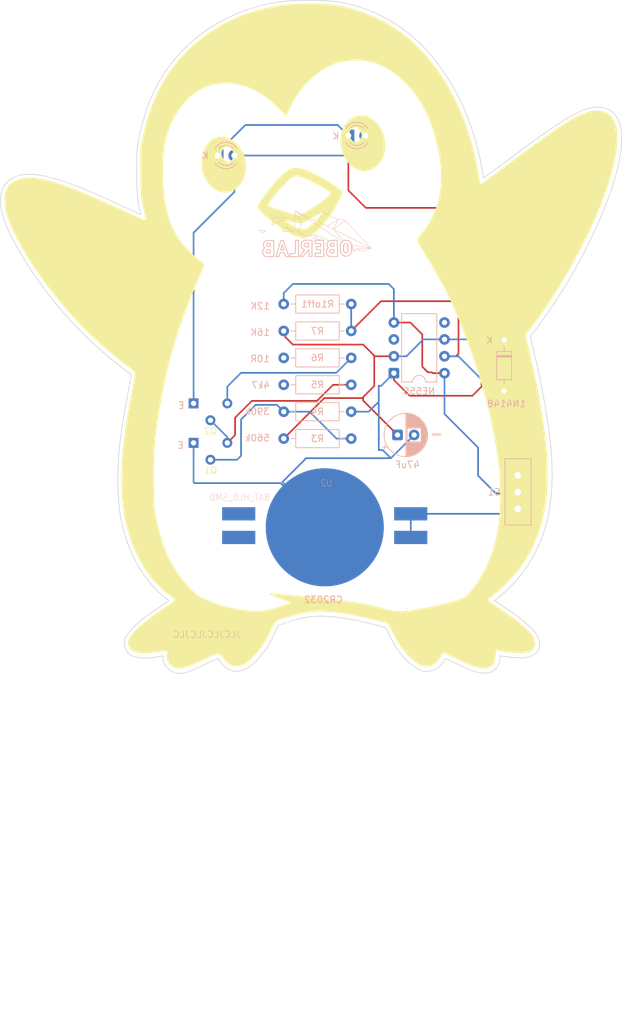
<source format=kicad_pcb>
(kicad_pcb (version 20241229) (generator "pcbnew") (generator_version "9.0")
  (layers (0 "F.Cu" signal) (2 "B.Cu" signal) (13 "F.Paste" user) (15 "B.Paste" user) (5 "F.SilkS" user "F.Silkscreen") (7 "B.SilkS" user "B.Silkscreen") (1 "F.Mask" user) (3 "B.Mask" user) (25 "Edge.Cuts" user))
  (net 0 "")
  (net 1 "Net-(D3-K)")
  (net 2 "Net-(D1-K)")
  (net 3 "Net-(D1-A)")
  (net 4 "Net-(D3-A)")
  (net 5 "Net-(Q1-C)")
  (net 6 "Net-(Q1-B)")
  (net 7 "Net-(Q2-C)")
  (net 8 "Net-(S1-E)")
  (net 10 "Net-(S1-A-Pad1)")
  (footprint "LOGO" (layer "F.Cu") (at 102.0742 101.9876)
    (property "Reference" "G***" (hide yes))
    (property "Value" "LOGO" (hide yes))
  )
  (footprint "LOGO" (layer "F.Cu") (at 102.0742 101.9876)
    (property "Reference" "G***" (hide yes))
    (property "Value" "LOGO" (hide yes))
  )
  (footprint "LOGO" (layer "F.Cu") (at 102.0742 101.9876)
    (property "Reference" "G***" (hide yes))
    (property "Value" "LOGO" (hide yes))
  )
  (footprint "LOGO" (layer "F.Cu") (at 102.0742 101.9876)
    (property "Reference" "G***" (hide yes))
    (property "Value" "LOGO" (hide yes))
  )
  (footprint "!Goody:ob-logo_B.SilkS" (layer "F.Cu") (at 107.25 98.65)
    (property "Reference" "G***" (hide yes))
    (property "Value" "LOGO" (hide yes))
  )
  (footprint "LOGO" (layer "F.Cu") (at 100.9542 96.4376)
    (property "Reference" "G***" (hide yes))
    (property "Value" "LOGO" (hide yes))
  )
  (footprint "LOGO" (layer "F.Cu") (at 102.0742 101.9876)
    (property "Reference" "G***" (hide yes))
    (property "Value" "LOGO" (hide yes))
  )
  (footprint "LOGO" (layer "F.Cu") (at 102.0742 101.9876)
    (property "Reference" "G***" (hide yes))
    (property "Value" "LOGO" (hide yes))
  )
  (footprint "!Goody:BAT-HLD-SMD-Blech" (layer "B.Cu") (at 103.4 125.45)
    (property "Reference" "U2")
    (property "Value" "BAT_HLD_SMD")
  )
  (footprint "Resistor_THT:R_Axial_DIN0207_L6.3mm_D2.5mm_P10.16mm_Horizontal" (layer "B.Cu") (at 97.22 104)
    (property "Reference" "R5")
    (property "Value" "4k7")
  )
  (footprint "!Goody:LED_D3.0mm" (layer "B.Cu") (at 87.25 69.5)
    (property "Reference" "D2")
    (property "Value" "LED")
  )
  (footprint "Package_DIP:DIP-8_W7.62mm" (layer "B.Cu") (at 113.8 102.25)
    (property "Reference" "NE555")
    (property "Value" "NE555P")
  )
  (footprint "!Goody:Micro_SchalterKHF" (layer "B.Cu") (at 132.45 122.7 90)
    (property "Reference" "S1")
    (property "Value" "Micro_Schalter")
  )
  (footprint "Resistor_THT:R_Axial_DIN0207_L6.3mm_D2.5mm_P10.16mm_Horizontal" (layer "B.Cu") (at 97.22 95.9)
    (property "Reference" "R7")
    (property "Value" "16K")
  )
  (footprint "Resistor_THT:R_Axial_DIN0207_L6.3mm_D2.5mm_P10.16mm_Horizontal" (layer "B.Cu") (at 97.22 112.1)
    (property "Reference" "R3")
    (property "Value" "560k")
  )
  (footprint "!Goody:1N4147_P7.62mm_Horizontal" (layer "B.Cu") (at 130.4 97.3 -90)
    (property "Reference" "1N4148")
    (property "Value" "1N4148")
  )
  (footprint "!Goody:TO-92L_Wide" (layer "B.Cu") (at 83.65 106.8)
    (property "Reference" "Q2")
    (property "Value" "Q_NPN_EBC")
  )
  (footprint "Resistor_THT:R_Axial_DIN0207_L6.3mm_D2.5mm_P10.16mm_Horizontal" (layer "B.Cu") (at 97.22 99.95)
    (property "Reference" "R6")
    (property "Value" "10R")
  )
  (footprint "Resistor_THT:R_Axial_DIN0207_L6.3mm_D2.5mm_P10.16mm_Horizontal" (layer "B.Cu") (at 97.22 108.05)
    (property "Reference" "R4")
    (property "Value" "390k")
  )
  (footprint "!Goody:LED_D3.0mm" (layer "B.Cu") (at 106.95 66.5)
    (property "Reference" "D1")
    (property "Value" "LED")
  )
  (footprint "Capacitor_THT:CP_Radial_D6.3mm_P2.50mm" (layer "B.Cu") (at 114.35 111.55)
    (property "Reference" "C1")
    (property "Value" "47uF")
  )
  (footprint "Resistor_THT:R_Axial_DIN0207_L6.3mm_D2.5mm_P10.16mm_Horizontal" (layer "B.Cu") (at 97.22 91.85)
    (property "Reference" "R1off1")
    (property "Value" "12K")
  )
  (footprint "!Goody:TO-92L_Wide" (layer "B.Cu") (at 83.65 112.742385)
    (property "Reference" "Q1")
    (property "Value" "Q_NPN_EBC")
  )
  (gr_line (start 72.7082 124.0955) (end 72.9036 125.0344) (stroke (width 0.1)) (layer "Edge.Cuts"))
  (gr_line (start 56.6112 82.4372) (end 57.1204 83.3572) (stroke (width 0.1)) (layer "Edge.Cuts"))
  (gr_line (start 89.6064 147.0796) (end 89.836 147.1116) (stroke (width 0.1)) (layer "Edge.Cuts"))
  (gr_line (start 109.2328 139.7046) (end 110.312 139.9616) (stroke (width 0.1)) (layer "Edge.Cuts"))
  (gr_line (start 125.2281 64.6144) (end 124.7131 63.2859) (stroke (width 0.1)) (layer "Edge.Cuts"))
  (gr_line (start 92.6739 47.2536) (end 91.8729 47.5112) (stroke (width 0.1)) (layer "Edge.Cuts"))
  (gr_line (start 72.3979 121.8538) (end 72.5491 123.1543) (stroke (width 0.1)) (layer "Edge.Cuts"))
  (gr_line (start 139.788 63.9468) (end 138.4906 64.7635) (stroke (width 0.1)) (layer "Edge.Cuts"))
  (gr_line (start 129.3612 146.4676) (end 129.4827 146.2826) (stroke (width 0.1)) (layer "Edge.Cuts"))
  (gr_line (start 123.5329 60.6966) (end 122.8664 59.4414) (stroke (width 0.1)) (layer "Edge.Cuts"))
  (gr_line (start 75.4576 66.6817) (end 75.3165 67.4341) (stroke (width 0.1)) (layer "Edge.Cuts"))
  (gr_line (start 147.6822 64.3686) (end 147.5422 64.0608) (stroke (width 0.1)) (layer "Edge.Cuts"))
  (gr_line (start 84.167 146.6406) (end 84.8846 146.3276) (stroke (width 0.1)) (layer "Edge.Cuts"))
  (gr_line (start 70.7773 99.7343) (end 71.9297 100.6751) (stroke (width 0.1)) (layer "Edge.Cuts"))
  (gr_line (start 101.8893 138.8476) (end 102.3544 138.8196) (stroke (width 0.1)) (layer "Edge.Cuts"))
  (gr_line (start 55.6895 80.5515) (end 56.1306 81.5028) (stroke (width 0.1)) (layer "Edge.Cuts"))
  (gr_line (start 147.9802 65.3488) (end 147.9012 65.0155) (stroke (width 0.1)) (layer "Edge.Cuts"))
  (gr_line (start 73.9886 141.2096) (end 73.7253 141.5616) (stroke (width 0.1)) (layer "Edge.Cuts"))
  (gr_line (start 73.1058 101.5864) (end 74.3049 102.4674) (stroke (width 0.1)) (layer "Edge.Cuts"))
  (gr_line (start 89.1706 146.9466) (end 89.3846 147.0246) (stroke (width 0.1)) (layer "Edge.Cuts"))
  (gr_line (start 126.1652 147.1996) (end 126.5006 147.2776) (stroke (width 0.1)) (layer "Edge.Cuts"))
  (gr_line (start 102.8207 138.8106) (end 103.2879 138.8206) (stroke (width 0.1)) (layer "Edge.Cuts"))
  (gr_line (start 145.9142 62.4668) (end 145.5822 62.3536) (stroke (width 0.1)) (layer "Edge.Cuts"))
  (gr_line (start 100.9627 138.9526) (end 101.4253 138.8916) (stroke (width 0.1)) (layer "Edge.Cuts"))
  (gr_line (start 73.3388 107.589) (end 73.1202 108.8774) (stroke (width 0.1)) (layer "Edge.Cuts"))
  (gr_line (start 79.7117 56.4309) (end 79.1219 57.2986) (stroke (width 0.1)) (layer "Edge.Cuts"))
  (gr_line (start 76.5563 138.8176) (end 75.8566 139.3576) (stroke (width 0.1)) (layer "Edge.Cuts"))
  (gr_line (start 131.927 145.0536) (end 132.4442 145.0906) (stroke (width 0.1)) (layer "Edge.Cuts"))
  (gr_line (start 73.3375 143.5486) (end 73.4172 143.7706) (stroke (width 0.1)) (layer "Edge.Cuts"))
  (gr_line (start 131.1475 137.9446) (end 130.4145 137.4506) (stroke (width 0.1)) (layer "Edge.Cuts"))
  (gr_line (start 60.2149 72.403) (end 59.8277 72.3568) (stroke (width 0.1)) (layer "Edge.Cuts"))
  (gr_line (start 147.7732 70.0273) (end 147.8842 69.3641) (stroke (width 0.1)) (layer "Edge.Cuts"))
  (gr_line (start 76.7853 61.9857) (end 76.4498 62.9822) (stroke (width 0.1)) (layer "Edge.Cuts"))
  (gr_line (start 136.4835 106.7356) (end 136.0881 104.5338) (stroke (width 0.1)) (layer "Edge.Cuts"))
  (gr_line (start 92.1617 146.3616) (end 92.4259 146.1576) (stroke (width 0.1)) (layer "Edge.Cuts"))
  (gr_line (start 124.1483 61.9791) (end 123.5329 60.6966) (stroke (width 0.1)) (layer "Edge.Cuts"))
  (gr_line (start 137.0186 110.0614) (end 136.8516 108.9502) (stroke (width 0.1)) (layer "Edge.Cuts"))
  (gr_line (start 72.9176 110.1683) (end 72.7347 111.4615) (stroke (width 0.1)) (layer "Edge.Cuts"))
  (gr_line (start 66.4138 95.6909) (end 67.4666 96.7422) (stroke (width 0.1)) (layer "Edge.Cuts"))
  (gr_line (start 124.7131 63.2859) (end 124.1483 61.9791) (stroke (width 0.1)) (layer "Edge.Cuts"))
  (gr_line (start 115.2779 145.0056) (end 115.5691 145.3186) (stroke (width 0.1)) (layer "Edge.Cuts"))
  (gr_line (start 75.5683 77.7989) (end 75.717 78.3756) (stroke (width 0.1)) (layer "Edge.Cuts"))
  (gr_line (start 138.4613 90.9504) (end 139.2203 89.7516) (stroke (width 0.1)) (layer "Edge.Cuts"))
  (gr_line (start 133.7448 145.0396) (end 133.9955 144.9896) (stroke (width 0.1)) (layer "Edge.Cuts"))
  (gr_line (start 132.9685 145.1026) (end 133.4892 145.0736) (stroke (width 0.1)) (layer "Edge.Cuts"))
  (gr_line (start 125.1776 146.8756) (end 125.833 147.1056) (stroke (width 0.1)) (layer "Edge.Cuts"))
  (gr_line (start 135.223 141.4656) (end 135.0773 141.2586) (stroke (width 0.1)) (layer "Edge.Cuts"))
  (gr_line (start 137.1706 111.1747) (end 137.0186 110.0614) (stroke (width 0.1)) (layer "Edge.Cuts"))
  (gr_line (start 55.2991 79.5807) (end 55.4872 80.0687) (stroke (width 0.1)) (layer "Edge.Cuts"))
  (gr_line (start 74.3499 144.7806) (end 74.5743 144.8686) (stroke (width 0.1)) (layer "Edge.Cuts"))
  (gr_line (start 72.5749 112.7567) (end 72.4417 114.0535) (stroke (width 0.1)) (layer "Edge.Cuts"))
  (gr_line (start 54.6186 75.5484) (end 54.5831 75.8368) (stroke (width 0.1)) (layer "Edge.Cuts"))
  (gr_line (start 57.1204 83.3572) (end 58.1794 85.1647) (stroke (width 0.1)) (layer "Edge.Cuts"))
  (gr_line (start 79.0744 144.7896) (end 79.0489 145.0826) (stroke (width 0.1)) (layer "Edge.Cuts"))
  (gr_line (start 128.899 146.9456) (end 129.0681 146.8006) (stroke (width 0.1)) (layer "Edge.Cuts"))
  (gr_line (start 114.7935 50.2041) (end 113.9926 49.6712) (stroke (width 0.1)) (layer "Edge.Cuts"))
  (gr_line (start 137.5759 115.6425) (end 137.5104 114.524) (stroke (width 0.1)) (layer "Edge.Cuts"))
  (gr_line (start 131.0289 70.147) (end 129.7936 71.0519) (stroke (width 0.1)) (layer "Edge.Cuts"))
  (gr_line (start 77.2762 138.3026) (end 76.5563 138.8176) (stroke (width 0.1)) (layer "Edge.Cuts"))
  (gr_line (start 91.3006 146.8486) (end 91.5999 146.7096) (stroke (width 0.1)) (layer "Edge.Cuts"))
  (gr_line (start 100.0417 139.1186) (end 100.9627 138.9526) (stroke (width 0.1)) (layer "Edge.Cuts"))
  (gr_line (start 67.086 74.5129) (end 66.2078 74.1623) (stroke (width 0.1)) (layer "Edge.Cuts"))
  (gr_line (start 54.9705 78.5878) (end 55.1264 79.0872) (stroke (width 0.1)) (layer "Edge.Cuts"))
  (gr_line (start 123.8978 146.3086) (end 124.5331 146.6046) (stroke (width 0.1)) (layer "Edge.Cuts"))
  (gr_line (start 117.2244 146.6456) (end 117.5979 146.8526) (stroke (width 0.1)) (layer "Edge.Cuts"))
  (gr_line (start 120.4806 146.5276) (end 120.6841 146.3586) (stroke (width 0.1)) (layer "Edge.Cuts"))
  (gr_line (start 58.9777 86.4197) (end 59.8064 87.6551) (stroke (width 0.1)) (layer "Edge.Cuts"))
  (gr_line (start 146.9662 73.2969) (end 147.3332 71.9985) (stroke (width 0.1)) (layer "Edge.Cuts"))
  (gr_line (start 78.7329 137.3206) (end 77.2762 138.3026) (stroke (width 0.1)) (layer "Edge.Cuts"))
  (gr_line (start 127.3049 72.8814) (end 127.0763 71.4825) (stroke (width 0.1)) (layer "Edge.Cuts"))
  (gr_line (start 82.4348 53.2432) (end 81.7021 53.9946) (stroke (width 0.1)) (layer "Edge.Cuts"))
  (gr_line (start 143.6732 62.2769) (end 143.3002 62.3543) (stroke (width 0.1)) (layer "Edge.Cuts"))
  (gr_line (start 60.6649 88.8702) (end 61.5528 90.0642) (stroke (width 0.1)) (layer "Edge.Cuts"))
  (gr_line (start 73.4793 141.9286) (end 73.379 142.1476) (stroke (width 0.1)) (layer "Edge.Cuts"))
  (gr_line (start 108.1506 139.4656) (end 109.2328 139.7046) (stroke (width 0.1)) (layer "Edge.Cuts"))
  (gr_line (start 148.0812 66.021) (end 148.0402 65.685) (stroke (width 0.1)) (layer "Edge.Cuts"))
  (gr_line (start 54.7443 74.9848) (end 54.6722 75.264) (stroke (width 0.1)) (layer "Edge.Cuts"))
  (gr_line (start 127.1822 147.3746) (end 127.5286 147.3896) (stroke (width 0.1)) (layer "Edge.Cuts"))
  (gr_line (start 69.6489 98.7647) (end 70.7773 99.7343) (stroke (width 0.1)) (layer "Edge.Cuts"))
  (gr_line (start 59.8277 72.3568) (end 59.439 72.3256) (stroke (width 0.1)) (layer "Edge.Cuts"))
  (gr_line (start 90.2979 48.1025) (end 89.5256 48.4356) (stroke (width 0.1)) (layer "Edge.Cuts"))
  (gr_line (start 110.5927 47.8789) (end 109.7007 47.5214) (stroke (width 0.1)) (layer "Edge.Cuts"))
  (gr_line (start 146.2202 62.6144) (end 145.9142 62.4668) (stroke (width 0.1)) (layer "Edge.Cuts"))
  (gr_line (start 75.8566 139.3576) (end 75.1882 139.9316) (stroke (width 0.1)) (layer "Edge.Cuts"))
  (gr_line (start 135.1277 144.4506) (end 135.3205 144.2716) (stroke (width 0.1)) (layer "Edge.Cuts"))
  (gr_line (start 147.3332 71.9985) (end 147.4962 71.3446) (stroke (width 0.1)) (layer "Edge.Cuts"))
  (gr_line (start 79.7368 136.6996) (end 79.5429 136.8246) (stroke (width 0.1)) (layer "Edge.Cuts"))
  (gr_line (start 112.949 141.2966) (end 113.1377 141.7516) (stroke (width 0.1)) (layer "Edge.Cuts"))
  (gr_line (start 140.6741 87.3142) (end 141.3692 86.0767) (stroke (width 0.1)) (layer "Edge.Cuts"))
  (gr_line (start 112.7443 140.8616) (end 112.8521 141.0736) (stroke (width 0.1)) (layer "Edge.Cuts"))
  (gr_line (start 128.7166 147.0726) (end 128.899 146.9456) (stroke (width 0.1)) (layer "Edge.Cuts"))
  (gr_line (start 147.9012 65.0155) (end 147.8022 64.6878) (stroke (width 0.1)) (layer "Edge.Cuts"))
  (gr_line (start 74.0582 128.7093) (end 74.4427 129.5932) (stroke (width 0.1)) (layer "Edge.Cuts"))
  (gr_line (start 60.978 72.5324) (end 60.2149 72.403) (stroke (width 0.1)) (layer "Edge.Cuts"))
  (gr_line (start 75.1095 73.6917) (end 75.159 74.8745) (stroke (width 0.1)) (layer "Edge.Cuts"))
  (gr_line (start 73.4053 126.8938) (end 73.7126 127.8085) (stroke (width 0.1)) (layer "Edge.Cuts"))
  (gr_line (start 114.9992 144.6796) (end 115.2779 145.0056) (stroke (width 0.1)) (layer "Edge.Cuts"))
  (gr_line (start 137.4193 113.4064) (end 137.3051 112.2898) (stroke (width 0.1)) (layer "Edge.Cuts"))
  (gr_line (start 128.1021 147.3366) (end 128.3169 147.2696) (stroke (width 0.1)) (layer "Edge.Cuts"))
  (gr_line (start 147.1942 63.491) (end 146.9872 63.2346) (stroke (width 0.1)) (layer "Edge.Cuts"))
  (gr_line (start 68.8282 75.2526) (end 67.086 74.5129) (stroke (width 0.1)) (layer "Edge.Cuts"))
  (gr_line (start 142.6942 83.5666) (end 143.3242 82.2951) (stroke (width 0.1)) (layer "Edge.Cuts"))
  (gr_line (start 78.0203 144.9786) (end 79.0744 144.7896) (stroke (width 0.1)) (layer "Edge.Cuts"))
  (gr_line (start 127.0763 71.4825) (end 126.8015 70.0882) (stroke (width 0.1)) (layer "Edge.Cuts"))
  (gr_line (start 115.8731 145.6186) (end 116.1902 145.9026) (stroke (width 0.1)) (layer "Edge.Cuts"))
  (gr_line (start 78.5712 58.1916) (end 78.0608 59.1083) (stroke (width 0.1)) (layer "Edge.Cuts"))
  (gr_line (start 58.6632 72.3167) (end 58.2794 72.3431) (stroke (width 0.1)) (layer "Edge.Cuts"))
  (gr_line (start 75.3445 76.6364) (end 75.4449 77.219) (stroke (width 0.1)) (layer "Edge.Cuts"))
  (gr_line (start 103.7561 138.8526) (end 104.8682 138.9396) (stroke (width 0.1)) (layer "Edge.Cuts"))
  (gr_line (start 122.0345 145.3996) (end 122.3386 145.5946) (stroke (width 0.1)) (layer "Edge.Cuts"))
  (gr_line (start 73.2813 143.3176) (end 73.3375 143.5486) (stroke (width 0.1)) (layer "Edge.Cuts"))
  (gr_line (start 121.1995 145.7536) (end 121.3341 145.5256) (stroke (width 0.1)) (layer "Edge.Cuts"))
  (gr_line (start 74.5743 144.8686) (end 74.8166 144.9266) (stroke (width 0.1)) (layer "Edge.Cuts"))
  (gr_line (start 120.5541 55.8677) (end 120.1223 55.3037) (stroke (width 0.1)) (layer "Edge.Cuts"))
  (gr_line (start 54.6092 77.0012) (end 54.6548 77.288) (stroke (width 0.1)) (layer "Edge.Cuts"))
  (gr_line (start 121.4475 145.2856) (end 121.5191 145.2536) (stroke (width 0.1)) (layer "Edge.Cuts"))
  (gr_line (start 94.4553 143.9066) (end 94.7476 143.4696) (stroke (width 0.1)) (layer "Edge.Cuts"))
  (gr_line (start 91.8729 47.5112) (end 91.0806 47.7942) (stroke (width 0.1)) (layer "Edge.Cuts"))
  (gr_line (start 55.078 74.1932) (end 54.9466 74.448) (stroke (width 0.1)) (layer "Edge.Cuts"))
  (gr_line (start 81.1216 147.3796) (end 81.3994 147.4216) (stroke (width 0.1)) (layer "Edge.Cuts"))
  (gr_line (start 122.5138 58.825) (end 122.1482 58.2164) (stroke (width 0.1)) (layer "Edge.Cuts"))
  (gr_line (start 73.3066 142.3746) (end 73.2613 142.6086) (stroke (width 0.1)) (layer "Edge.Cuts"))
  (gr_line (start 79.8783 136.5096) (end 79.8569 136.5736) (stroke (width 0.1)) (layer "Edge.Cuts"))
  (gr_line (start 72.5491 123.1543) (end 72.7082 124.0955) (stroke (width 0.1)) (layer "Edge.Cuts"))
  (gr_line (start 146.5522 74.5822) (end 146.9662 73.2969) (stroke (width 0.1)) (layer "Edge.Cuts"))
  (gr_line (start 74.2679 140.8716) (end 73.9886 141.2096) (stroke (width 0.1)) (layer "Edge.Cuts"))
  (gr_line (start 73.379 142.1476) (end 73.3066 142.3746) (stroke (width 0.1)) (layer "Edge.Cuts"))
  (gr_line (start 144.8112 62.2182) (end 144.4292 62.2058) (stroke (width 0.1)) (layer "Edge.Cuts"))
  (gr_line (start 72.7347 111.4615) (end 72.5749 112.7567) (stroke (width 0.1)) (layer "Edge.Cuts"))
  (gr_line (start 88.9643 146.8496) (end 89.1706 146.9466) (stroke (width 0.1)) (layer "Edge.Cuts"))
  (gr_line (start 73.6444 144.1796) (end 73.7905 144.3616) (stroke (width 0.1)) (layer "Edge.Cuts"))
  (gr_line (start 140.4541 63.5813) (end 139.788 63.9468) (stroke (width 0.1)) (layer "Edge.Cuts"))
  (gr_line (start 95.9471 46.4851) (end 95.1202 46.6373) (stroke (width 0.1)) (layer "Edge.Cuts"))
  (gr_line (start 147.8842 69.3641) (end 147.9742 68.6978) (stroke (width 0.1)) (layer "Edge.Cuts"))
  (gr_line (start 96.4299 140.2036) (end 97.3204 139.8876) (stroke (width 0.1)) (layer "Edge.Cuts"))
  (gr_line (start 74.8665 130.4574) (end 75.3302 131.299) (stroke (width 0.1)) (layer "Edge.Cuts"))
  (gr_line (start 73.7905 144.3616) (end 73.9572 144.5246) (stroke (width 0.1)) (layer "Edge.Cuts"))
  (gr_line (start 75.2038 75.4638) (end 75.2649 76.0512) (stroke (width 0.1)) (layer "Edge.Cuts"))
  (gr_line (start 133.9955 144.9896) (end 134.2399 144.9236) (stroke (width 0.1)) (layer "Edge.Cuts"))
  (gr_line (start 106.9457 46.6851) (end 106.0057 46.4888) (stroke (width 0.1)) (layer "Edge.Cuts"))
  (gr_line (start 74.8691 140.2336) (end 74.5618 140.5466) (stroke (width 0.1)) (layer "Edge.Cuts"))
  (gr_line (start 73.5197 143.9816) (end 73.6444 144.1796) (stroke (width 0.1)) (layer "Edge.Cuts"))
  (gr_line (start 133.4892 145.0736) (end 133.7448 145.0396) (stroke (width 0.1)) (layer "Edge.Cuts"))
  (gr_line (start 105.0572 46.33575) (end 104.1016 46.22699) (stroke (width 0.1)) (layer "Edge.Cuts"))
  (gr_line (start 120.9725 56.4413) (end 120.5541 55.8677) (stroke (width 0.1)) (layer "Edge.Cuts"))
  (gr_line (start 95.2716 142.5606) (end 95.5119 142.0936) (stroke (width 0.1)) (layer "Edge.Cuts"))
  (gr_line (start 79.8083 136.6376) (end 79.7368 136.6996) (stroke (width 0.1)) (layer "Edge.Cuts"))
  (gr_line (start 135.7096 143.3576) (end 135.7309 143.1156) (stroke (width 0.1)) (layer "Edge.Cuts"))
  (gr_line (start 134.9219 144.6036) (end 135.1277 144.4506) (stroke (width 0.1)) (layer "Edge.Cuts"))
  (gr_line (start 55.4872 80.0687) (end 55.6895 80.5515) (stroke (width 0.1)) (layer "Edge.Cuts"))
  (gr_line (start 77.4857 145.0486) (end 78.0203 144.9786) (stroke (width 0.1)) (layer "Edge.Cuts"))
  (gr_line (start 125.6938 65.9617) (end 125.2281 64.6144) (stroke (width 0.1)) (layer "Edge.Cuts"))
  (gr_line (start 99.2893 46.15094) (end 99.2893 46.15094) (stroke (width 0.1)) (layer "Edge.Cuts"))
  (gr_line (start 75.3302 131.299) (end 75.8343 132.1151) (stroke (width 0.1)) (layer "Edge.Cuts"))
  (gr_line (start 102.8996 46.16418) (end 101.6966 46.14267) (stroke (width 0.1)) (layer "Edge.Cuts"))
  (gr_line (start 96.7784 46.36) (end 95.9471 46.4851) (stroke (width 0.1)) (layer "Edge.Cuts"))
  (gr_line (start 135.9614 66.4972) (end 134.7198 67.3986) (stroke (width 0.1)) (layer "Edge.Cuts"))
  (gr_line (start 138.4906 64.7635) (end 137.2167 65.6162) (stroke (width 0.1)) (layer "Edge.Cuts"))
  (gr_line (start 79.8218 136.3787) (end 79.8681 136.4446) (stroke (width 0.1)) (layer "Edge.Cuts"))
  (gr_line (start 136.6154 125.4354) (end 136.8878 124.4188) (stroke (width 0.1)) (layer "Edge.Cuts"))
  (gr_line (start 144.0502 62.2264) (end 143.6732 62.2769) (stroke (width 0.1)) (layer "Edge.Cuts"))
  (gr_line (start 75.1882 139.9316) (end 74.8691 140.2336) (stroke (width 0.1)) (layer "Edge.Cuts"))
  (gr_line (start 119.2975 147.0846) (end 119.5508 147.0166) (stroke (width 0.1)) (layer "Edge.Cuts"))
  (gr_line (start 72.2978 120.553) (end 72.3979 121.8538) (stroke (width 0.1)) (layer "Edge.Cuts"))
  (gr_line (start 135.6402 142.3836) (end 135.5642 142.1446) (stroke (width 0.1)) (layer "Edge.Cuts"))
  (gr_line (start 132.4442 145.0906) (end 132.9685 145.1026) (stroke (width 0.1)) (layer "Edge.Cuts"))
  (gr_line (start 142.9312 62.4555) (end 142.5652 62.5777) (stroke (width 0.1)) (layer "Edge.Cuts"))
  (gr_line (start 129.7316 145.6686) (end 129.7718 145.4506) (stroke (width 0.1)) (layer "Edge.Cuts"))
  (gr_line (start 119.0391 147.1286) (end 119.2975 147.0846) (stroke (width 0.1)) (layer "Edge.Cuts"))
  (gr_line (start 128.3169 147.2696) (end 128.5221 147.1806) (stroke (width 0.1)) (layer "Edge.Cuts"))
  (gr_line (start 126.8015 70.0882) (end 126.4799 68.7014) (stroke (width 0.1)) (layer "Edge.Cuts"))
  (gr_line (start 79.0651 145.3656) (end 79.1201 145.6376) (stroke (width 0.1)) (layer "Edge.Cuts"))
  (gr_line (start 90.6608 147.0436) (end 90.9878 146.9616) (stroke (width 0.1)) (layer "Edge.Cuts"))
  (gr_line (start 121.5913 145.2386) (end 121.7372 145.2526) (stroke (width 0.1)) (layer "Edge.Cuts"))
  (gr_line (start 134.9185 141.0646) (end 134.7483 140.8846) (stroke (width 0.1)) (layer "Edge.Cuts"))
  (gr_line (start 99.1271 139.3356) (end 100.0417 139.1186) (stroke (width 0.1)) (layer "Edge.Cuts"))
  (gr_line (start 70.5564 76.0277) (end 68.8282 75.2526) (stroke (width 0.1)) (layer "Edge.Cuts"))
  (gr_line (start 93.1617 145.4586) (end 93.6136 144.9466) (stroke (width 0.1)) (layer "Edge.Cuts"))
  (gr_line (start 87.5924 145.5876) (end 87.8891 145.9556) (stroke (width 0.1)) (layer "Edge.Cuts"))
  (gr_line (start 91.0806 47.7942) (end 90.2979 48.1025) (stroke (width 0.1)) (layer "Edge.Cuts"))
  (gr_line (start 117.0565 51.9883) (end 116.3268 51.3638) (stroke (width 0.1)) (layer "Edge.Cuts"))
  (gr_line (start 129.7885 145.2286) (end 129.7804 145.0036) (stroke (width 0.1)) (layer "Edge.Cuts"))
  (gr_line (start 120.1223 55.3037) (end 119.677 54.7498) (stroke (width 0.1)) (layer "Edge.Cuts"))
  (gr_line (start 79.0744 137.0706) (end 78.8702 137.1946) (stroke (width 0.1)) (layer "Edge.Cuts"))
  (gr_line (start 122.493 145.6706) (end 122.6486 145.7096) (stroke (width 0.1)) (layer "Edge.Cuts"))
  (gr_line (start 109.7007 47.5214) (end 108.7945 47.2025) (stroke (width 0.1)) (layer "Edge.Cuts"))
  (gr_line (start 122.1482 58.2164) (end 121.7695 57.616) (stroke (width 0.1)) (layer "Edge.Cuts"))
  (gr_line (start 72.2693 116.6512) (end 72.237 117.9514) (stroke (width 0.1)) (layer "Edge.Cuts"))
  (gr_line (start 111.4693 48.2737) (end 110.5927 47.8789) (stroke (width 0.1)) (layer "Edge.Cuts"))
  (gr_line (start 54.8329 78.0822) (end 54.9705 78.5878) (stroke (width 0.1)) (layer "Edge.Cuts"))
  (gr_line (start 62.63 72.9439) (end 61.7156 72.6972) (stroke (width 0.1)) (layer "Edge.Cuts"))
  (gr_line (start 130.5604 144.8936) (end 130.9997 144.9576) (stroke (width 0.1)) (layer "Edge.Cuts"))
  (gr_line (start 118.7772 147.1466) (end 119.0391 147.1286) (stroke (width 0.1)) (layer "Edge.Cuts"))
  (gr_line (start 129.7786 135.8253) (end 130.5752 135.1372) (stroke (width 0.1)) (layer "Edge.Cuts"))
  (gr_line (start 135.6597 143.5966) (end 135.7096 143.3576) (stroke (width 0.1)) (layer "Edge.Cuts"))
  (gr_line (start 135.9222 127.4218) (end 136.2932 126.4371) (stroke (width 0.1)) (layer "Edge.Cuts"))
  (gr_line (start 98.4503 46.1926) (end 97.6131 46.2624) (stroke (width 0.1)) (layer "Edge.Cuts"))
  (gr_line (start 126.8396 147.3366) (end 127.1822 147.3746) (stroke (width 0.1)) (layer "Edge.Cuts"))
  (gr_line (start 78.791 137.2576) (end 78.7329 137.3206) (stroke (width 0.1)) (layer "Edge.Cuts"))
  (gr_line (start 132.582 138.9746) (end 131.8719 138.4506) (stroke (width 0.1)) (layer "Edge.Cuts"))
  (gr_line (start 82.3412 147.3416) (end 82.7166 147.2386) (stroke (width 0.1)) (layer "Edge.Cuts"))
  (gr_line (start 66.2078 74.1623) (end 65.3238 73.8278) (stroke (width 0.1)) (layer "Edge.Cuts"))
  (gr_line (start 76.3792 132.9026) (end 76.9655 133.6588) (stroke (width 0.1)) (layer "Edge.Cuts"))
  (gr_line (start 104.1016 46.22699) (end 102.8996 46.16418) (stroke (width 0.1)) (layer "Edge.Cuts"))
  (gr_line (start 144.4292 62.2058) (end 144.0502 62.2264) (stroke (width 0.1)) (layer "Edge.Cuts"))
  (gr_line (start 124.5331 146.6046) (end 125.1776 146.8756) (stroke (width 0.1)) (layer "Edge.Cuts"))
  (gr_line (start 91.5999 146.7096) (end 91.8867 146.5466) (stroke (width 0.1)) (layer "Edge.Cuts"))
  (gr_line (start 129.5858 146.0866) (end 129.6692 145.8816) (stroke (width 0.1)) (layer "Edge.Cuts"))
  (gr_line (start 83.0852 147.1096) (end 83.4487 146.9626) (stroke (width 0.1)) (layer "Edge.Cuts"))
  (gr_line (start 76.4498 62.9822) (end 76.0085 64.4483) (stroke (width 0.1)) (layer "Edge.Cuts"))
  (gr_line (start 98.2197 139.5956) (end 99.1271 139.3356) (stroke (width 0.1)) (layer "Edge.Cuts"))
  (gr_line (start 113.3647 142.1746) (end 113.7789 142.9146) (stroke (width 0.1)) (layer "Edge.Cuts"))
  (gr_line (start 74.8166 144.9266) (end 75.3433 145.0336) (stroke (width 0.1)) (layer "Edge.Cuts"))
  (gr_line (start 74.1439 144.6646) (end 74.3499 144.7806) (stroke (width 0.1)) (layer "Edge.Cuts"))
  (gr_line (start 129.6692 145.8816) (end 129.7316 145.6686) (stroke (width 0.1)) (layer "Edge.Cuts"))
  (gr_line (start 57.9004 72.3929) (end 57.5279 72.4681) (stroke (width 0.1)) (layer "Edge.Cuts"))
  (gr_line (start 115.5691 145.3186) (end 115.8731 145.6186) (stroke (width 0.1)) (layer "Edge.Cuts"))
  (gr_line (start 114.7325 144.3426) (end 114.9992 144.6796) (stroke (width 0.1)) (layer "Edge.Cuts"))
  (gr_line (start 92.4259 146.1576) (end 92.68 145.9376) (stroke (width 0.1)) (layer "Edge.Cuts"))
  (gr_line (start 105.9701 139.0756) (end 107.0637 139.2536) (stroke (width 0.1)) (layer "Edge.Cuts"))
  (gr_line (start 142.5652 62.5777) (end 142.2022 62.7177) (stroke (width 0.1)) (layer "Edge.Cuts"))
  (gr_line (start 136.0881 104.5338) (end 135.6785 102.5749) (stroke (width 0.1)) (layer "Edge.Cuts"))
  (gr_line (start 131.4277 145.0036) (end 131.927 145.0536) (stroke (width 0.1)) (layer "Edge.Cuts"))
  (gr_line (start 79.6652 146.5786) (end 79.8675 146.7696) (stroke (width 0.1)) (layer "Edge.Cuts"))
  (gr_line (start 88.575 146.6016) (end 88.7658 146.7336) (stroke (width 0.1)) (layer "Edge.Cuts"))
  (gr_line (start 90.9878 146.9616) (end 91.3006 146.8486) (stroke (width 0.1)) (layer "Edge.Cuts"))
  (gr_line (start 142.2022 62.7177) (end 141.8442 62.8727) (stroke (width 0.1)) (layer "Edge.Cuts"))
  (gr_line (start 137.1092 123.3897) (end 137.2785 122.3503) (stroke (width 0.1)) (layer "Edge.Cuts"))
  (gr_line (start 86.7098 145.4776) (end 87.3264 145.2116) (stroke (width 0.1)) (layer "Edge.Cuts"))
  (gr_line (start 90.0734 147.1166) (end 90.3186 147.0946) (stroke (width 0.1)) (layer "Edge.Cuts"))
  (gr_line (start 119.7974 146.9256) (end 120.0356 146.8136) (stroke (width 0.1)) (layer "Edge.Cuts"))
  (gr_line (start 119.2181 54.2062) (end 118.7457 53.6732) (stroke (width 0.1)) (layer "Edge.Cuts"))
  (gr_line (start 118.2595 53.1514) (end 117.7595 52.6409) (stroke (width 0.1)) (layer "Edge.Cuts"))
  (gr_line (start 83.2 52.5247) (end 82.4348 53.2432) (stroke (width 0.1)) (layer "Edge.Cuts"))
  (gr_line (start 130.9997 144.9576) (end 131.4277 145.0036) (stroke (width 0.1)) (layer "Edge.Cuts"))
  (gr_line (start 141.8442 62.8727) (end 141.1402 63.2152) (stroke (width 0.1)) (layer "Edge.Cuts"))
  (gr_line (start 147.4962 71.3446) (end 147.6432 70.6875) (stroke (width 0.1)) (layer "Edge.Cuts"))
  (gr_line (start 146.7552 63.0012) (end 146.5002 62.7935) (stroke (width 0.1)) (layer "Edge.Cuts"))
  (gr_line (start 139.2203 89.7516) (end 139.9579 88.5394) (stroke (width 0.1)) (layer "Edge.Cuts"))
  (gr_line (start 57.1635 72.5707) (end 56.8087 72.7029) (stroke (width 0.1)) (layer "Edge.Cuts"))
  (gr_line (start 126.1109 67.325) (end 125.6938 65.9617) (stroke (width 0.1)) (layer "Edge.Cuts"))
  (gr_line (start 87.8891 145.9556) (end 88.2166 146.2986) (stroke (width 0.1)) (layer "Edge.Cuts"))
  (gr_line (start 79.0489 145.0826) (end 79.0651 145.3656) (stroke (width 0.1)) (layer "Edge.Cuts"))
  (gr_line (start 113.1377 141.7516) (end 113.243 141.9706) (stroke (width 0.1)) (layer "Edge.Cuts"))
  (gr_line (start 79.3511 136.0165) (end 79.7351 136.3118) (stroke (width 0.1)) (layer "Edge.Cuts"))
  (gr_line (start 121.5191 145.2536) (end 121.5913 145.2386) (stroke (width 0.1)) (layer "Edge.Cuts"))
  (gr_line (start 78.8702 137.1946) (end 78.791 137.2576) (stroke (width 0.1)) (layer "Edge.Cuts"))
  (gr_line (start 75.717 78.3756) (end 73.9948 77.6082) (stroke (width 0.1)) (layer "Edge.Cuts"))
  (gr_line (start 116.1902 145.9026) (end 116.5209 146.1696) (stroke (width 0.1)) (layer "Edge.Cuts"))
  (gr_line (start 132.2585 69.2313) (end 131.0289 70.147) (stroke (width 0.1)) (layer "Edge.Cuts"))
  (gr_line (start 137.3051 112.2898) (end 137.1706 111.1747) (stroke (width 0.1)) (layer "Edge.Cuts"))
  (gr_line (start 86.558 50.0099) (end 85.6765 50.5816) (stroke (width 0.1)) (layer "Edge.Cuts"))
  (gr_line (start 133.936 140.1036) (end 133.2719 139.5236) (stroke (width 0.1)) (layer "Edge.Cuts"))
  (gr_line (start 118.5134 147.1386) (end 118.7772 147.1466) (stroke (width 0.1)) (layer "Edge.Cuts"))
  (gr_line (start 133.2719 139.5236) (end 132.582 138.9746) (stroke (width 0.1)) (layer "Edge.Cuts"))
  (gr_line (start 102.3544 138.8196) (end 102.8207 138.8106) (stroke (width 0.1)) (layer "Edge.Cuts"))
  (gr_line (start 135.0773 141.2586) (end 134.9185 141.0646) (stroke (width 0.1)) (layer "Edge.Cuts"))
  (gr_line (start 125.833 147.1056) (end 126.1652 147.1996) (stroke (width 0.1)) (layer "Edge.Cuts"))
  (gr_line (start 134.2399 144.9236) (end 134.4767 144.8376) (stroke (width 0.1)) (layer "Edge.Cuts"))
  (gr_line (start 107.0637 139.2536) (end 108.1506 139.4656) (stroke (width 0.1)) (layer "Edge.Cuts"))
  (gr_line (start 113.7789 142.9146) (end 114.2338 143.6416) (stroke (width 0.1)) (layer "Edge.Cuts"))
  (gr_line (start 148.0892 67.3565) (end 148.1102 66.6814) (stroke (width 0.1)) (layer "Edge.Cuts"))
  (gr_line (start 129.7718 145.4506) (end 129.7885 145.2286) (stroke (width 0.1)) (layer "Edge.Cuts"))
  (gr_line (start 54.5636 76.4197) (end 54.5786 76.7113) (stroke (width 0.1)) (layer "Edge.Cuts"))
  (gr_line (start 88.7658 146.7336) (end 88.9643 146.8496) (stroke (width 0.1)) (layer "Edge.Cuts"))
  (gr_line (start 56.8087 72.7029) (end 56.4652 72.8667) (stroke (width 0.1)) (layer "Edge.Cuts"))
  (gr_line (start 121.885 145.3116) (end 122.0345 145.3996) (stroke (width 0.1)) (layer "Edge.Cuts"))
  (gr_line (start 75.6222 65.9331) (end 75.4576 66.6817) (stroke (width 0.1)) (layer "Edge.Cuts"))
  (gr_line (start 131.3344 134.4091) (end 132.0549 133.6434) (stroke (width 0.1)) (layer "Edge.Cuts"))
  (gr_line (start 131.8719 138.4506) (end 131.1475 137.9446) (stroke (width 0.1)) (layer "Edge.Cuts"))
  (gr_line (start 134.4767 144.8376) (end 134.7044 144.7316) (stroke (width 0.1)) (layer "Edge.Cuts"))
  (gr_line (start 72.4417 114.0535) (end 72.3387 115.3518) (stroke (width 0.1)) (layer "Edge.Cuts"))
  (gr_line (start 75.3433 145.0336) (end 75.8755 145.0936) (stroke (width 0.1)) (layer "Edge.Cuts"))
  (gr_line (start 143.9342 81.0134) (end 144.5212 79.7221) (stroke (width 0.1)) (layer "Edge.Cuts"))
  (gr_line (start 87.3264 145.2116) (end 87.5924 145.5876) (stroke (width 0.1)) (layer "Edge.Cuts"))
  (gr_line (start 95.1202 46.6373) (end 94.2984 46.8164) (stroke (width 0.1)) (layer "Edge.Cuts"))
  (gr_line (start 129.2226 146.6416) (end 129.3612 146.4676) (stroke (width 0.1)) (layer "Edge.Cuts"))
  (gr_line (start 78.2645 135.0655) (end 78.6158 135.393) (stroke (width 0.1)) (layer "Edge.Cuts"))
  (gr_line (start 81.6791 147.4336) (end 81.9576 147.4136) (stroke (width 0.1)) (layer "Edge.Cuts"))
  (gr_line (start 145.1952 62.2664) (end 144.8112 62.2182) (stroke (width 0.1)) (layer "Edge.Cuts"))
  (gr_line (start 122.8664 59.4414) (end 122.5138 58.825) (stroke (width 0.1)) (layer "Edge.Cuts"))
  (gr_line (start 135.4682 141.9106) (end 135.3538 141.6836) (stroke (width 0.1)) (layer "Edge.Cuts"))
  (gr_line (start 132.0549 133.6434) (end 132.7356 132.8424) (stroke (width 0.1)) (layer "Edge.Cuts"))
  (gr_line (start 117.7595 52.6409) (end 117.0565 51.9883) (stroke (width 0.1)) (layer "Edge.Cuts"))
  (gr_line (start 134.528 130.2501) (end 135.0385 129.3305) (stroke (width 0.1)) (layer "Edge.Cuts"))
  (gr_line (start 147.3792 63.7673) (end 147.1942 63.491) (stroke (width 0.1)) (layer "Edge.Cuts"))
  (gr_line (start 135.7309 143.1156) (end 135.7253 142.8706) (stroke (width 0.1)) (layer "Edge.Cuts"))
  (gr_line (start 61.5528 90.0642) (end 62.4694 91.2363) (stroke (width 0.1)) (layer "Edge.Cuts"))
  (gr_line (start 127.5286 147.3896) (end 127.8791 147.3796) (stroke (width 0.1)) (layer "Edge.Cuts"))
  (gr_line (start 116.8655 146.4176) (end 117.2244 146.6456) (stroke (width 0.1)) (layer "Edge.Cuts"))
  (gr_line (start 137.4237 121.2344) (end 137.5271 120.1172) (stroke (width 0.1)) (layer "Edge.Cuts"))
  (gr_line (start 72.237 117.9514) (end 72.2453 119.2521) (stroke (width 0.1)) (layer "Edge.Cuts"))
  (gr_line (start 93.6136 144.9466) (end 94.4553 143.9066) (stroke (width 0.1)) (layer "Edge.Cuts"))
  (gr_line (start 79.7351 136.3118) (end 79.8218 136.3787) (stroke (width 0.1)) (layer "Edge.Cuts"))
  (gr_line (start 121.3341 145.5256) (end 121.4475 145.2856) (stroke (width 0.1)) (layer "Edge.Cuts"))
  (gr_line (start 79.4862 146.3676) (end 79.6652 146.5786) (stroke (width 0.1)) (layer "Edge.Cuts"))
  (gr_line (start 145.5822 62.3536) (end 145.1952 62.2664) (stroke (width 0.1)) (layer "Edge.Cuts"))
  (gr_line (start 142.0422 84.8273) (end 142.6942 83.5666) (stroke (width 0.1)) (layer "Edge.Cuts"))
  (gr_line (start 79.3337 146.1406) (end 79.4862 146.3676) (stroke (width 0.1)) (layer "Edge.Cuts"))
  (gr_line (start 72.2766 76.8193) (end 70.5564 76.0277) (stroke (width 0.1)) (layer "Edge.Cuts"))
  (gr_line (start 87.2799 49.5806) (end 86.558 50.0099) (stroke (width 0.1)) (layer "Edge.Cuts"))
  (gr_line (start 136.8878 124.4188) (end 137.1092 123.3897) (stroke (width 0.1)) (layer "Edge.Cuts"))
  (gr_line (start 73.7253 141.5616) (end 73.4793 141.9286) (stroke (width 0.1)) (layer "Edge.Cuts"))
  (gr_line (start 113.243 141.9706) (end 113.3647 142.1746) (stroke (width 0.1)) (layer "Edge.Cuts"))
  (gr_line (start 75.3165 67.4341) (end 75.2019 68.19) (stroke (width 0.1)) (layer "Edge.Cuts"))
  (gr_line (start 134.7044 144.7316) (end 134.9219 144.6036) (stroke (width 0.1)) (layer "Edge.Cuts"))
  (gr_line (start 80.3392 55.59) (end 79.7117 56.4309) (stroke (width 0.1)) (layer "Edge.Cuts"))
  (gr_line (start 120.6841 146.3586) (end 120.8729 146.1716) (stroke (width 0.1)) (layer "Edge.Cuts"))
  (gr_line (start 117.5979 146.8526) (end 117.9865 147.0356) (stroke (width 0.1)) (layer "Edge.Cuts"))
  (gr_line (start 135.3205 144.2716) (end 135.4668 144.0556) (stroke (width 0.1)) (layer "Edge.Cuts"))
  (gr_line (start 74.5618 140.5466) (end 74.2679 140.8716) (stroke (width 0.1)) (layer "Edge.Cuts"))
  (gr_line (start 75.1171 68.949) (end 75.12 70.1312) (stroke (width 0.1)) (layer "Edge.Cuts"))
  (gr_line (start 147.9742 68.6978) (end 148.0432 68.0286) (stroke (width 0.1)) (layer "Edge.Cuts"))
  (gr_line (start 106.0057 46.4888) (end 105.0572 46.33575) (stroke (width 0.1)) (layer "Edge.Cuts"))
  (gr_line (start 58.1794 85.1647) (end 58.9777 86.4197) (stroke (width 0.1)) (layer "Edge.Cuts"))
  (gr_line (start 139.9579 88.5394) (end 140.6741 87.3142) (stroke (width 0.1)) (layer "Edge.Cuts"))
  (gr_line (start 76.4113 145.1116) (end 76.9487 145.0956) (stroke (width 0.1)) (layer "Edge.Cuts"))
  (gr_line (start 136.8516 108.9502) (end 136.4835 106.7356) (stroke (width 0.1)) (layer "Edge.Cuts"))
  (gr_line (start 97.6131 46.2624) (end 96.7784 46.36) (stroke (width 0.1)) (layer "Edge.Cuts"))
  (gr_line (start 76.0085 64.4483) (end 75.8068 65.1885) (stroke (width 0.1)) (layer "Edge.Cuts"))
  (gr_line (start 121.7372 145.2526) (end 121.885 145.3116) (stroke (width 0.1)) (layer "Edge.Cuts"))
  (gr_line (start 148.1042 66.3541) (end 148.0812 66.021) (stroke (width 0.1)) (layer "Edge.Cuts"))
  (gr_line (start 59.8064 87.6551) (end 60.6649 88.8702) (stroke (width 0.1)) (layer "Edge.Cuts"))
  (gr_line (start 80.5837 147.2106) (end 80.8487 147.3086) (stroke (width 0.1)) (layer "Edge.Cuts"))
  (gr_line (start 54.5786 76.7113) (end 54.6092 77.0012) (stroke (width 0.1)) (layer "Edge.Cuts"))
  (gr_line (start 112.3291 48.7048) (end 111.4693 48.2737) (stroke (width 0.1)) (layer "Edge.Cuts"))
  (gr_line (start 54.6548 77.288) (end 54.7149 77.5702) (stroke (width 0.1)) (layer "Edge.Cuts"))
  (gr_line (start 75.159 74.8745) (end 75.2038 75.4638) (stroke (width 0.1)) (layer "Edge.Cuts"))
  (gr_line (start 130.4145 137.4506) (end 128.9455 136.4716) (stroke (width 0.1)) (layer "Edge.Cuts"))
  (gr_line (start 135.2117 95.5999) (end 136.0562 94.4604) (stroke (width 0.1)) (layer "Edge.Cuts"))
  (gr_line (start 72.9036 125.0344) (end 73.1358 125.9682) (stroke (width 0.1)) (layer "Edge.Cuts"))
  (gr_line (start 137.5913 118.9991) (end 137.619 117.8804) (stroke (width 0.1)) (layer "Edge.Cuts"))
  (gr_line (start 54.8356 74.7123) (end 54.7443 74.9848) (stroke (width 0.1)) (layer "Edge.Cuts"))
  (gr_line (start 73.1358 125.9682) (end 73.4053 126.8938) (stroke (width 0.1)) (layer "Edge.Cuts"))
  (gr_line (start 133.9733 131.1435) (end 134.528 130.2501) (stroke (width 0.1)) (layer "Edge.Cuts"))
  (gr_line (start 65.3871 94.6139) (end 66.4138 95.6909) (stroke (width 0.1)) (layer "Edge.Cuts"))
  (gr_line (start 135.6945 142.6266) (end 135.6402 142.3836) (stroke (width 0.1)) (layer "Edge.Cuts"))
  (gr_line (start 88.7645 48.7932) (end 88.0157 49.175) (stroke (width 0.1)) (layer "Edge.Cuts"))
  (gr_line (start 75.12 70.1312) (end 75.1078 71.3175) (stroke (width 0.1)) (layer "Edge.Cuts"))
  (gr_line (start 148.0432 68.0286) (end 148.0892 67.3565) (stroke (width 0.1)) (layer "Edge.Cuts"))
  (gr_line (start 99.2893 46.15094) (end 98.4503 46.1926) (stroke (width 0.1)) (layer "Edge.Cuts"))
  (gr_line (start 78.6158 135.393) (end 78.978 135.7101) (stroke (width 0.1)) (layer "Edge.Cuts"))
  (gr_line (start 135.0385 129.3305) (end 135.5036 128.387) (stroke (width 0.1)) (layer "Edge.Cuts"))
  (gr_line (start 73.4172 143.7706) (end 73.5197 143.9816) (stroke (width 0.1)) (layer "Edge.Cuts"))
  (gr_line (start 88.0157 49.175) (end 87.2799 49.5806) (stroke (width 0.1)) (layer "Edge.Cuts"))
  (gr_line (start 75.2019 68.19) (end 75.1171 68.949) (stroke (width 0.1)) (layer "Edge.Cuts"))
  (gr_line (start 73.2494 143.0826) (end 73.2813 143.3176) (stroke (width 0.1)) (layer "Edge.Cuts"))
  (gr_line (start 113.1706 49.171) (end 112.3291 48.7048) (stroke (width 0.1)) (layer "Edge.Cuts"))
  (gr_line (start 73.2613 142.6086) (end 73.2425 142.8456) (stroke (width 0.1)) (layer "Edge.Cuts"))
  (gr_line (start 81.3994 147.4216) (end 81.6791 147.4336) (stroke (width 0.1)) (layer "Edge.Cuts"))
  (gr_line (start 134.3459 96.7232) (end 135.2117 95.5999) (stroke (width 0.1)) (layer "Edge.Cuts"))
  (gr_line (start 72.2453 119.2521) (end 72.2978 120.553) (stroke (width 0.1)) (layer "Edge.Cuts"))
  (gr_line (start 79.5429 136.8246) (end 79.0744 137.0706) (stroke (width 0.1)) (layer "Edge.Cuts"))
  (gr_line (start 134.7483 140.8846) (end 134.5686 140.7216) (stroke (width 0.1)) (layer "Edge.Cuts"))
  (gr_line (start 63.5357 73.2162) (end 62.63 72.9439) (stroke (width 0.1)) (layer "Edge.Cuts"))
  (gr_line (start 79.8569 136.5736) (end 79.8083 136.6376) (stroke (width 0.1)) (layer "Edge.Cuts"))
  (gr_line (start 77.5922 60.0473) (end 77.1666 61.0069) (stroke (width 0.1)) (layer "Edge.Cuts"))
  (gr_line (start 54.5831 75.8368) (end 54.565 76.1277) (stroke (width 0.1)) (layer "Edge.Cuts"))
  (gr_line (start 81.0031 54.7774) (end 80.3392 55.59) (stroke (width 0.1)) (layer "Edge.Cuts"))
  (gr_line (start 91.8867 146.5466) (end 92.1617 146.3616) (stroke (width 0.1)) (layer "Edge.Cuts"))
  (gr_line (start 88.2166 146.2986) (end 88.575 146.6016) (stroke (width 0.1)) (layer "Edge.Cuts"))
  (gr_line (start 137.5104 114.524) (end 137.4193 113.4064) (stroke (width 0.1)) (layer "Edge.Cuts"))
  (gr_line (start 77.1666 61.0069) (end 76.7853 61.9857) (stroke (width 0.1)) (layer "Edge.Cuts"))
  (gr_line (start 128.9455 136.4716) (end 129.7786 135.8253) (stroke (width 0.1)) (layer "Edge.Cuts"))
  (gr_line (start 128.5221 147.1806) (end 128.7166 147.0726) (stroke (width 0.1)) (layer "Edge.Cuts"))
  (gr_line (start 89.5256 48.4356) (end 88.7645 48.7932) (stroke (width 0.1)) (layer "Edge.Cuts"))
  (gr_line (start 90.3186 147.0946) (end 90.6608 147.0436) (stroke (width 0.1)) (layer "Edge.Cuts"))
  (gr_line (start 59.439 72.3256) (end 59.0503 72.3116) (stroke (width 0.1)) (layer "Edge.Cuts"))
  (gr_line (start 76.9655 133.6588) (end 77.5938 134.3807) (stroke (width 0.1)) (layer "Edge.Cuts"))
  (gr_line (start 89.3846 147.0246) (end 89.6064 147.0796) (stroke (width 0.1)) (layer "Edge.Cuts"))
  (gr_line (start 64.3871 93.512) (end 65.3871 94.6139) (stroke (width 0.1)) (layer "Edge.Cuts"))
  (gr_line (start 75.2649 76.0512) (end 75.3445 76.6364) (stroke (width 0.1)) (layer "Edge.Cuts"))
  (gr_line (start 137.613 116.7614) (end 137.5759 115.6425) (stroke (width 0.1)) (layer "Edge.Cuts"))
  (gr_line (start 134.7198 67.3986) (end 132.2585 69.2313) (stroke (width 0.1)) (layer "Edge.Cuts"))
  (gr_line (start 97.3204 139.8876) (end 98.2197 139.5956) (stroke (width 0.1)) (layer "Edge.Cuts"))
  (gr_line (start 112.8521 141.0736) (end 112.949 141.2966) (stroke (width 0.1)) (layer "Edge.Cuts"))
  (gr_line (start 135.5793 143.8296) (end 135.6597 143.5966) (stroke (width 0.1)) (layer "Edge.Cuts"))
  (gr_line (start 135.3538 141.6836) (end 135.223 141.4656) (stroke (width 0.1)) (layer "Edge.Cuts"))
  (gr_line (start 134.5686 140.7216) (end 133.936 140.1036) (stroke (width 0.1)) (layer "Edge.Cuts"))
  (gr_line (start 73.9572 144.5246) (end 74.1439 144.6646) (stroke (width 0.1)) (layer "Edge.Cuts"))
  (gr_line (start 74.3049 102.4674) (end 73.8106 105.0213) (stroke (width 0.1)) (layer "Edge.Cuts"))
  (gr_line (start 122.3386 145.5946) (end 122.493 145.6706) (stroke (width 0.1)) (layer "Edge.Cuts"))
  (gr_line (start 99.2893 46.15099) (end 99.2893 46.15094) (stroke (width 0.1)) (layer "Edge.Cuts"))
  (gr_line (start 141.3692 86.0767) (end 142.0422 84.8273) (stroke (width 0.1)) (layer "Edge.Cuts"))
  (gr_line (start 75.4449 77.219) (end 75.5683 77.7989) (stroke (width 0.1)) (layer "Edge.Cuts"))
  (gr_line (start 137.5271 120.1172) (end 137.5913 118.9991) (stroke (width 0.1)) (layer "Edge.Cuts"))
  (gr_line (start 64.4333 73.5116) (end 63.5357 73.2162) (stroke (width 0.1)) (layer "Edge.Cuts"))
  (gr_line (start 101.6966 46.14267) (end 99.2893 46.15099) (stroke (width 0.1)) (layer "Edge.Cuts"))
  (gr_line (start 147.6432 70.6875) (end 147.7732 70.0273) (stroke (width 0.1)) (layer "Edge.Cuts"))
  (gr_line (start 79.8675 146.7696) (end 80.0901 146.9396) (stroke (width 0.1)) (layer "Edge.Cuts"))
  (gr_line (start 146.9872 63.2346) (end 146.7552 63.0012) (stroke (width 0.1)) (layer "Edge.Cuts"))
  (gr_line (start 121.3776 57.0242) (end 120.9725 56.4413) (stroke (width 0.1)) (layer "Edge.Cuts"))
  (gr_line (start 81.7021 53.9946) (end 81.0031 54.7774) (stroke (width 0.1)) (layer "Edge.Cuts"))
  (gr_line (start 143.3242 82.2951) (end 143.9342 81.0134) (stroke (width 0.1)) (layer "Edge.Cuts"))
  (gr_line (start 126.4799 68.7014) (end 126.1109 67.325) (stroke (width 0.1)) (layer "Edge.Cuts"))
  (gr_line (start 137.2167 65.6162) (end 135.9614 66.4972) (stroke (width 0.1)) (layer "Edge.Cuts"))
  (gr_line (start 135.6785 102.5749) (end 135.2431 100.6223) (stroke (width 0.1)) (layer "Edge.Cuts"))
  (gr_line (start 115.5721 50.7687) (end 114.7935 50.2041) (stroke (width 0.1)) (layer "Edge.Cuts"))
  (gr_line (start 136.8793 93.3053) (end 137.681 92.1351) (stroke (width 0.1)) (layer "Edge.Cuts"))
  (gr_line (start 94.7476 143.4696) (end 95.0182 143.0206) (stroke (width 0.1)) (layer "Edge.Cuts"))
  (gr_line (start 80.8487 147.3086) (end 81.1216 147.3796) (stroke (width 0.1)) (layer "Edge.Cuts"))
  (gr_line (start 73.9948 77.6082) (end 72.2766 76.8193) (stroke (width 0.1)) (layer "Edge.Cuts"))
  (gr_line (start 57.5279 72.4681) (end 57.1635 72.5707) (stroke (width 0.1)) (layer "Edge.Cuts"))
  (gr_line (start 68.5452 97.7671) (end 69.6489 98.7647) (stroke (width 0.1)) (layer "Edge.Cuts"))
  (gr_line (start 112.469 140.5006) (end 112.6189 140.6686) (stroke (width 0.1)) (layer "Edge.Cuts"))
  (gr_line (start 146.1032 75.8542) (end 146.5522 74.5822) (stroke (width 0.1)) (layer "Edge.Cuts"))
  (gr_line (start 54.565 76.1277) (end 54.5636 76.4197) (stroke (width 0.1)) (layer "Edge.Cuts"))
  (gr_line (start 79.1219 57.2986) (end 78.5712 58.1916) (stroke (width 0.1)) (layer "Edge.Cuts"))
  (gr_line (start 71.9297 100.6751) (end 73.1058 101.5864) (stroke (width 0.1)) (layer "Edge.Cuts"))
  (gr_line (start 116.5209 146.1696) (end 116.8655 146.4176) (stroke (width 0.1)) (layer "Edge.Cuts"))
  (gr_line (start 130.5752 135.1372) (end 131.3344 134.4091) (stroke (width 0.1)) (layer "Edge.Cuts"))
  (gr_line (start 107.8757 46.9234) (end 106.9457 46.6851) (stroke (width 0.1)) (layer "Edge.Cuts"))
  (gr_line (start 54.9466 74.448) (end 54.8356 74.7123) (stroke (width 0.1)) (layer "Edge.Cuts"))
  (gr_line (start 54.6722 75.264) (end 54.6186 75.5484) (stroke (width 0.1)) (layer "Edge.Cuts"))
  (gr_line (start 135.4668 144.0556) (end 135.5793 143.8296) (stroke (width 0.1)) (layer "Edge.Cuts"))
  (gr_line (start 145.6322 77.1124) (end 146.1032 75.8542) (stroke (width 0.1)) (layer "Edge.Cuts"))
  (gr_line (start 120.0356 146.8136) (end 120.2639 146.6806) (stroke (width 0.1)) (layer "Edge.Cuts"))
  (gr_line (start 143.3002 62.3543) (end 142.9312 62.4555) (stroke (width 0.1)) (layer "Edge.Cuts"))
  (gr_line (start 121.7695 57.616) (end 121.3776 57.0242) (stroke (width 0.1)) (layer "Edge.Cuts"))
  (gr_line (start 112.6189 140.6686) (end 112.7443 140.8616) (stroke (width 0.1)) (layer "Edge.Cuts"))
  (gr_line (start 108.7945 47.2025) (end 107.8757 46.9234) (stroke (width 0.1)) (layer "Edge.Cuts"))
  (gr_line (start 84.8221 51.1924) (end 83.9962 51.8406) (stroke (width 0.1)) (layer "Edge.Cuts"))
  (gr_line (start 129.7463 144.7776) (end 130.5604 144.8936) (stroke (width 0.1)) (layer "Edge.Cuts"))
  (gr_line (start 56.1306 81.5028) (end 56.6112 82.4372) (stroke (width 0.1)) (layer "Edge.Cuts"))
  (gr_line (start 135.2431 100.6223) (end 134.3459 96.7232) (stroke (width 0.1)) (layer "Edge.Cuts"))
  (gr_line (start 65.3238 73.8278) (end 64.4333 73.5116) (stroke (width 0.1)) (layer "Edge.Cuts"))
  (gr_line (start 74.4427 129.5932) (end 74.8665 130.4574) (stroke (width 0.1)) (layer "Edge.Cuts"))
  (gr_line (start 67.4666 96.7422) (end 68.5452 97.7671) (stroke (width 0.1)) (layer "Edge.Cuts"))
  (gr_line (start 61.7156 72.6972) (end 60.978 72.5324) (stroke (width 0.1)) (layer "Edge.Cuts"))
  (gr_line (start 80.0901 146.9396) (end 80.3298 147.0866) (stroke (width 0.1)) (layer "Edge.Cuts"))
  (gr_line (start 79.2106 145.8956) (end 79.3337 146.1406) (stroke (width 0.1)) (layer "Edge.Cuts"))
  (gr_line (start 55.1264 79.0872) (end 55.2991 79.5807) (stroke (width 0.1)) (layer "Edge.Cuts"))
  (gr_line (start 120.8729 146.1716) (end 121.0452 145.9696) (stroke (width 0.1)) (layer "Edge.Cuts"))
  (gr_line (start 120.2639 146.6806) (end 120.4806 146.5276) (stroke (width 0.1)) (layer "Edge.Cuts"))
  (gr_line (start 113.9926 49.6712) (end 113.1706 49.171) (stroke (width 0.1)) (layer "Edge.Cuts"))
  (gr_line (start 75.1078 71.3175) (end 75.0984 72.5051) (stroke (width 0.1)) (layer "Edge.Cuts"))
  (gr_line (start 75.0984 72.5051) (end 75.1095 73.6917) (stroke (width 0.1)) (layer "Edge.Cuts"))
  (gr_line (start 129.4827 146.2826) (end 129.5858 146.0866) (stroke (width 0.1)) (layer "Edge.Cuts"))
  (gr_line (start 78.978 135.7101) (end 79.3511 136.0165) (stroke (width 0.1)) (layer "Edge.Cuts"))
  (gr_line (start 85.6765 50.5816) (end 84.8221 51.1924) (stroke (width 0.1)) (layer "Edge.Cuts"))
  (gr_line (start 129.7804 145.0036) (end 129.7463 144.7776) (stroke (width 0.1)) (layer "Edge.Cuts"))
  (gr_line (start 137.619 117.8804) (end 137.613 116.7614) (stroke (width 0.1)) (layer "Edge.Cuts"))
  (gr_line (start 135.5642 142.1446) (end 135.4682 141.9106) (stroke (width 0.1)) (layer "Edge.Cuts"))
  (gr_line (start 137.681 92.1351) (end 138.4613 90.9504) (stroke (width 0.1)) (layer "Edge.Cuts"))
  (gr_line (start 55.2303 73.9493) (end 55.078 74.1932) (stroke (width 0.1)) (layer "Edge.Cuts"))
  (gr_line (start 75.8068 65.1885) (end 75.6222 65.9331) (stroke (width 0.1)) (layer "Edge.Cuts"))
  (gr_line (start 73.7126 127.8085) (end 74.0582 128.7093) (stroke (width 0.1)) (layer "Edge.Cuts"))
  (gr_line (start 75.8343 132.1151) (end 76.3792 132.9026) (stroke (width 0.1)) (layer "Edge.Cuts"))
  (gr_line (start 56.1347 73.0642) (end 55.8186 73.2974) (stroke (width 0.1)) (layer "Edge.Cuts"))
  (gr_line (start 118.2493 147.1016) (end 118.5134 147.1386) (stroke (width 0.1)) (layer "Edge.Cuts"))
  (gr_line (start 116.3268 51.3638) (end 115.5721 50.7687) (stroke (width 0.1)) (layer "Edge.Cuts"))
  (gr_line (start 126.5006 147.2776) (end 126.8396 147.3366) (stroke (width 0.1)) (layer "Edge.Cuts"))
  (gr_line (start 73.2425 142.8456) (end 73.2494 143.0826) (stroke (width 0.1)) (layer "Edge.Cuts"))
  (gr_line (start 86.1003 145.7596) (end 86.7098 145.4776) (stroke (width 0.1)) (layer "Edge.Cuts"))
  (gr_line (start 58.2794 72.3431) (end 57.9004 72.3929) (stroke (width 0.1)) (layer "Edge.Cuts"))
  (gr_line (start 117.9865 147.0356) (end 118.2493 147.1016) (stroke (width 0.1)) (layer "Edge.Cuts"))
  (gr_line (start 135.7253 142.8706) (end 135.6945 142.6266) (stroke (width 0.1)) (layer "Edge.Cuts"))
  (gr_line (start 101.4253 138.8916) (end 101.8893 138.8476) (stroke (width 0.1)) (layer "Edge.Cuts"))
  (gr_line (start 95.0182 143.0206) (end 95.2716 142.5606) (stroke (width 0.1)) (layer "Edge.Cuts"))
  (gr_line (start 136.2932 126.4371) (end 136.6154 125.4354) (stroke (width 0.1)) (layer "Edge.Cuts"))
  (gr_line (start 83.9962 51.8406) (end 83.2 52.5247) (stroke (width 0.1)) (layer "Edge.Cuts"))
  (gr_line (start 72.3387 115.3518) (end 72.2693 116.6512) (stroke (width 0.1)) (layer "Edge.Cuts"))
  (gr_line (start 122.6486 145.7096) (end 123.8978 146.3086) (stroke (width 0.1)) (layer "Edge.Cuts"))
  (gr_line (start 145.0872 78.4216) (end 145.6322 77.1124) (stroke (width 0.1)) (layer "Edge.Cuts"))
  (gr_line (start 79.1201 145.6376) (end 79.2106 145.8956) (stroke (width 0.1)) (layer "Edge.Cuts"))
  (gr_line (start 148.1102 66.6814) (end 148.1042 66.3541) (stroke (width 0.1)) (layer "Edge.Cuts"))
  (gr_line (start 110.312 139.9616) (end 112.469 140.5006) (stroke (width 0.1)) (layer "Edge.Cuts"))
  (gr_line (start 118.7457 53.6732) (end 118.2595 53.1514) (stroke (width 0.1)) (layer "Edge.Cuts"))
  (gr_line (start 92.68 145.9376) (end 93.1617 145.4586) (stroke (width 0.1)) (layer "Edge.Cuts"))
  (gr_line (start 59.0503 72.3116) (end 58.6632 72.3167) (stroke (width 0.1)) (layer "Edge.Cuts"))
  (gr_line (start 141.1402 63.2152) (end 140.4541 63.5813) (stroke (width 0.1)) (layer "Edge.Cuts"))
  (gr_line (start 129.0681 146.8006) (end 129.2226 146.6416) (stroke (width 0.1)) (layer "Edge.Cuts"))
  (gr_line (start 54.7149 77.5702) (end 54.8329 78.0822) (stroke (width 0.1)) (layer "Edge.Cuts"))
  (gr_line (start 104.8682 138.9396) (end 105.9701 139.0756) (stroke (width 0.1)) (layer "Edge.Cuts"))
  (gr_line (start 93.4827 47.0219) (end 92.6739 47.2536) (stroke (width 0.1)) (layer "Edge.Cuts"))
  (gr_line (start 77.5938 134.3807) (end 78.2645 135.0655) (stroke (width 0.1)) (layer "Edge.Cuts"))
  (gr_line (start 62.4694 91.2363) (end 63.4144 92.3859) (stroke (width 0.1)) (layer "Edge.Cuts"))
  (gr_line (start 73.8106 105.0213) (end 73.3388 107.589) (stroke (width 0.1)) (layer "Edge.Cuts"))
  (gr_line (start 136.0562 94.4604) (end 136.8793 93.3053) (stroke (width 0.1)) (layer "Edge.Cuts"))
  (gr_line (start 121.0452 145.9696) (end 121.1995 145.7536) (stroke (width 0.1)) (layer "Edge.Cuts"))
  (gr_line (start 114.2338 143.6416) (end 114.7325 144.3426) (stroke (width 0.1)) (layer "Edge.Cuts"))
  (gr_line (start 89.836 147.1116) (end 90.0734 147.1166) (stroke (width 0.1)) (layer "Edge.Cuts"))
  (gr_line (start 135.5036 128.387) (end 135.9222 127.4218) (stroke (width 0.1)) (layer "Edge.Cuts"))
  (gr_line (start 56.4652 72.8667) (end 56.1347 73.0642) (stroke (width 0.1)) (layer "Edge.Cuts"))
  (gr_line (start 55.6 73.5) (end 55.4041 73.7178) (stroke (width 0.1)) (layer "Edge.Cuts"))
  (gr_line (start 133.3755 132.0084) (end 133.9733 131.1435) (stroke (width 0.1)) (layer "Edge.Cuts"))
  (gr_line (start 55.8186 73.2974) (end 55.6 73.5) (stroke (width 0.1)) (layer "Edge.Cuts"))
  (gr_line (start 55.4041 73.7178) (end 55.2303 73.9493) (stroke (width 0.1)) (layer "Edge.Cuts"))
  (gr_line (start 80.3298 147.0866) (end 80.5837 147.2106) (stroke (width 0.1)) (layer "Edge.Cuts"))
  (gr_line (start 81.9576 147.4136) (end 82.3412 147.3416) (stroke (width 0.1)) (layer "Edge.Cuts"))
  (gr_line (start 132.7356 132.8424) (end 133.3755 132.0084) (stroke (width 0.1)) (layer "Edge.Cuts"))
  (gr_line (start 82.7166 147.2386) (end 83.0852 147.1096) (stroke (width 0.1)) (layer "Edge.Cuts"))
  (gr_line (start 144.5212 79.7221) (end 145.0872 78.4216) (stroke (width 0.1)) (layer "Edge.Cuts"))
  (gr_line (start 63.4144 92.3859) (end 64.3871 93.512) (stroke (width 0.1)) (layer "Edge.Cuts"))
  (gr_line (start 76.9487 145.0956) (end 77.4857 145.0486) (stroke (width 0.1)) (layer "Edge.Cuts"))
  (gr_line (start 119.677 54.7498) (end 119.2181 54.2062) (stroke (width 0.1)) (layer "Edge.Cuts"))
  (gr_line (start 129.7936 71.0519) (end 127.3049 72.8814) (stroke (width 0.1)) (layer "Edge.Cuts"))
  (gr_line (start 147.8022 64.6878) (end 147.6822 64.3686) (stroke (width 0.1)) (layer "Edge.Cuts"))
  (gr_line (start 147.5422 64.0608) (end 147.3792 63.7673) (stroke (width 0.1)) (layer "Edge.Cuts"))
  (gr_line (start 119.5508 147.0166) (end 119.7974 146.9256) (stroke (width 0.1)) (layer "Edge.Cuts"))
  (gr_line (start 146.5002 62.7935) (end 146.2202 62.6144) (stroke (width 0.1)) (layer "Edge.Cuts"))
  (gr_line (start 95.5119 142.0936) (end 96.4299 140.2036) (stroke (width 0.1)) (layer "Edge.Cuts"))
  (gr_line (start 78.0608 59.1083) (end 77.5922 60.0473) (stroke (width 0.1)) (layer "Edge.Cuts"))
  (gr_line (start 73.1202 108.8774) (end 72.9176 110.1683) (stroke (width 0.1)) (layer "Edge.Cuts"))
  (gr_line (start 94.2984 46.8164) (end 93.4827 47.0219) (stroke (width 0.1)) (layer "Edge.Cuts"))
  (gr_line (start 75.8755 145.0936) (end 76.4113 145.1116) (stroke (width 0.1)) (layer "Edge.Cuts"))
  (gr_line (start 79.8681 136.4446) (end 79.8783 136.5096) (stroke (width 0.1)) (layer "Edge.Cuts"))
  (gr_line (start 127.8791 147.3796) (end 128.1021 147.3366) (stroke (width 0.1)) (layer "Edge.Cuts"))
  (gr_line (start 137.2785 122.3503) (end 137.4237 121.2344) (stroke (width 0.1)) (layer "Edge.Cuts"))
  (gr_line (start 103.2879 138.8206) (end 103.7561 138.8526) (stroke (width 0.1)) (layer "Edge.Cuts"))
  (gr_line (start 148.0402 65.685) (end 147.9802 65.3488) (stroke (width 0.1)) (layer "Edge.Cuts"))
  (gr_line (start 84.8846 146.3276) (end 86.1003 145.7596) (stroke (width 0.1)) (layer "Edge.Cuts"))
  (gr_line (start 83.4487 146.9626) (end 84.167 146.6406) (stroke (width 0.1)) (layer "Edge.Cuts"))
  (gr_text "KHF 12.2025" (at 105.8 52.55 0) (layer "B.Cu") (effects (font (size 1 1) (thickness 0.2) (bold yes)) (justify left bottom mirror)))
  (gr_text "K" (at 85.4 69.425 180) (layer "B.SilkS") (effects (font (size 1 1))))
  (gr_text "K" (at 105.075 66.5 180) (layer "B.SilkS") (effects (font (size 1 1))))
  (gr_text "E" (at 82.25 113.7 0) (layer "B.SilkS") (effects (font (size 1 1)) (justify left bottom mirror)))
  (gr_text "JLCJLCJLCJLC" (at 90.9 142.15 0) (layer "B.SilkS") (effects (font (size 1 1) (thickness 0.1)) (justify left bottom mirror)))
  (gr_text "CR2032" (at 106.2 136.925 0) (layer "B.SilkS") (effects (font (size 1 1)) (justify left bottom mirror)))
  (gr_text "-" (at 121.35 112.25 0) (layer "B.SilkS") (effects (font (size 1.5 1.5) (thickness 0.3) (bold yes)) (justify left bottom mirror)))
  (gr_text "E" (at 82.35 107.7 0) (layer "B.SilkS") (effects (font (size 1 1)) (justify left bottom mirror)))
  (segment (start 114.35 111.55) (end 109.175 106.375) (width 0.25) (layer "F.Cu") (net 1))
  (segment (start 97.22 112.1) (end 103.32 106) (width 0.25) (layer "F.Cu") (net 1))
  (segment (start 97.475 96.155) (end 97.22 95.9) (width 0.25) (layer "F.Cu") (net 1))
  (segment (start 97.5 96.85) (end 97.475 96.85) (width 0.25) (layer "F.Cu") (net 1))
  (segment (start 113.8 99.71) (end 110.935 99.71) (width 0.25) (layer "F.Cu") (net 1))
  (segment (start 109.175 106.375) (end 109.175 106) (width 0.25) (layer "F.Cu") (net 1))
  (segment (start 103.32 106) (end 109.175 106) (width 0.25) (layer "F.Cu") (net 1))
  (segment (start 109.175 105.85) (end 110.85 104.175) (width 0.25) (layer "F.Cu") (net 1))
  (segment (start 97.475 96.85) (end 97.475 96.155) (width 0.25) (layer "F.Cu") (net 1))
  (segment (start 110.85 99.625) (end 109.175 97.95) (width 0.25) (layer "F.Cu") (net 1))
  (segment (start 110.85 104.175) (end 110.85 99.625) (width 0.25) (layer "F.Cu") (net 1))
  (segment (start 109.175 97.95) (end 98.6 97.95) (width 0.25) (layer "F.Cu") (net 1))
  (segment (start 98.6 97.95) (end 97.5 96.85) (width 0.25) (layer "F.Cu") (net 1))
  (segment (start 110.935 99.71) (end 110.85 99.625) (width 0.25) (layer "F.Cu") (net 1))
  (segment (start 109.175 106) (end 109.175 105.85) (width 0.25) (layer "F.Cu") (net 1))
  (segment (start 113.8 99.71) (end 115.69 99.71) (width 0.25) (layer "B.Cu") (net 1))
  (segment (start 130.27 97.17) (end 130.4 97.3) (width 0.25) (layer "B.Cu") (net 1))
  (segment (start 121.42 97.17) (end 130.27 97.17) (width 0.25) (layer "B.Cu") (net 1))
  (segment (start 118.23 97.17) (end 121.42 97.17) (width 0.25) (layer "B.Cu") (net 1))
  (segment (start 115.69 99.71) (end 118.23 97.17) (width 0.25) (layer "B.Cu") (net 1))
  (segment (start 113.8 103.275) (end 116.175 105.65) (width 0.25) (layer "F.Cu") (net 2))
  (segment (start 106.95 74.75) (end 106.95 66.5) (width 0.25) (layer "F.Cu") (net 2))
  (segment (start 113.8 102.25) (end 113.8 103.275) (width 0.25) (layer "F.Cu") (net 2))
  (segment (start 120.875 77.375) (end 109.575 77.375) (width 0.25) (layer "F.Cu") (net 2))
  (segment (start 127 104.275) (end 127 83.5) (width 0.25) (layer "F.Cu") (net 2))
  (segment (start 116.175 105.65) (end 125.575 105.65) (width 0.25) (layer "F.Cu") (net 2))
  (segment (start 127 83.5) (end 120.875 77.375) (width 0.25) (layer "F.Cu") (net 2))
  (segment (start 125.6 105.675) (end 127 104.275) (width 0.25) (layer "F.Cu") (net 2))
  (segment (start 109.575 77.375) (end 106.95 74.75) (width 0.25) (layer "F.Cu") (net 2))
  (segment (start 125.575 105.65) (end 125.6 105.675) (width 0.25) (layer "F.Cu") (net 2))
  (segment (start 105.375 64.925) (end 106.95 66.5) (width 0.25) (layer "B.Cu") (net 2))
  (segment (start 111.9 104.15) (end 111.525 104.15) (width 0.25) (layer "B.Cu") (net 2))
  (segment (start 96.75 118.8) (end 103.4 125.45) (width 0.25) (layer "B.Cu") (net 2))
  (segment (start 83.65 118.675) (end 83.775 118.8) (width 0.25) (layer "B.Cu") (net 2))
  (segment (start 113.35 115.05) (end 112.125 113.825) (width 0.25) (layer "B.Cu") (net 2))
  (segment (start 100.475 115.175) (end 97.025 118.625) (width 0.25) (layer "B.Cu") (net 2))
  (segment (start 113.8 102.25) (end 111.9 104.15) (width 0.25) (layer "B.Cu") (net 2))
  (segment (start 113.35 115.05) (end 100.475 115.05) (width 0.25) (layer "B.Cu") (net 2))
  (segment (start 110.025 108.05) (end 111.525 106.55) (width 0.25) (layer "B.Cu") (net 2))
  (segment (start 111.525 106.55) (end 111.525 113.825) (width 0.25) (layer "B.Cu") (net 2))
  (segment (start 83.65 112.742385) (end 83.65 118.675) (width 0.25) (layer "B.Cu") (net 2))
  (segment (start 105.375 64.9) (end 105.375 64.925) (width 0.25) (layer "B.Cu") (net 2))
  (segment (start 87.25 69.5) (end 87.25 69.1) (width 0.25) (layer "B.Cu") (net 2))
  (segment (start 83.775 118.8) (end 96.75 118.8) (width 0.25) (layer "B.Cu") (net 2))
  (segment (start 103.4 125) (end 103.4 125.45) (width 0.25) (layer "B.Cu") (net 2))
  (segment (start 112.125 113.825) (end 111.525 113.825) (width 0.25) (layer "B.Cu") (net 2))
  (segment (start 97.025 118.625) (end 103.4 125) (width 0.25) (layer "B.Cu") (net 2))
  (segment (start 100.475 115.05) (end 100.475 115.175) (width 0.25) (layer "B.Cu") (net 2))
  (segment (start 87.25 69.1) (end 91.45 64.9) (width 0.25) (layer "B.Cu") (net 2))
  (segment (start 91.45 64.9) (end 105.375 64.9) (width 0.25) (layer "B.Cu") (net 2))
  (segment (start 116.85 111.55) (end 113.35 115.05) (width 0.25) (layer "B.Cu") (net 2))
  (segment (start 107.38 108.05) (end 110.025 108.05) (width 0.25) (layer "B.Cu") (net 2))
  (segment (start 111.525 104.15) (end 111.525 106.55) (width 0.25) (layer "B.Cu") (net 2))
  (segment (start 111.65 68.95) (end 111.1 69.5) (width 0.25) (layer "B.Cu") (net 3))
  (segment (start 89.79 69.5) (end 89.79 74.985) (width 0.25) (layer "B.Cu") (net 3))
  (segment (start 89.79 74.985) (end 83.65 81.125) (width 0.25) (layer "B.Cu") (net 3))
  (segment (start 83.65 81.125) (end 83.65 106.8) (width 0.25) (layer "B.Cu") (net 3))
  (segment (start 111.65 66.5) (end 109.49 66.5) (width 0.25) (layer "B.Cu") (net 3))
  (segment (start 89.79 69.5) (end 111.1 69.5) (width 0.25) (layer "B.Cu") (net 3))
  (segment (start 111.65 66.5) (end 111.65 68.95) (width 0.25) (layer "B.Cu") (net 3))
  (segment (start 123.525 91.425) (end 123.525 99.325) (width 0.25) (layer "F.Cu") (net 4))
  (segment (start 107.38 95.9) (end 111.855 91.425) (width 0.25) (layer "F.Cu") (net 4))
  (segment (start 123.14 99.71) (end 121.42 99.71) (width 0.25) (layer "F.Cu") (net 4))
  (segment (start 111.855 91.425) (end 123.525 91.425) (width 0.25) (layer "F.Cu") (net 4))
  (segment (start 123.525 99.325) (end 123.14 99.71) (width 0.25) (layer "F.Cu") (net 4))
  (segment (start 121.42 99.71) (end 123.51 99.71) (width 0.25) (layer "B.Cu") (net 4))
  (segment (start 128.72 104.92) (end 130.4 104.92) (width 0.25) (layer "B.Cu") (net 4))
  (segment (start 107.38 91.85) (end 107.38 95.9) (width 0.25) (layer "B.Cu") (net 4))
  (segment (start 123.51 99.71) (end 128.72 104.92) (width 0.25) (layer "B.Cu") (net 4))
  (segment (start 102.225 106.425) (end 92.425 106.425) (width 0.25) (layer "F.Cu") (net 5))
  (segment (start 92.425 106.425) (end 89.9 108.95) (width 0.25) (layer "F.Cu") (net 5))
  (segment (start 104.65 104) (end 102.225 106.425) (width 0.25) (layer "F.Cu") (net 5))
  (segment (start 107.38 104) (end 104.65 104) (width 0.25) (layer "F.Cu") (net 5))
  (segment (start 89.9 108.95) (end 89.9 111.572385) (width 0.25) (layer "F.Cu") (net 5))
  (segment (start 89.9 111.572385) (end 88.73 112.742385) (width 0.25) (layer "F.Cu") (net 5))
  (segment (start 88.73 111.88) (end 88.73 112.742385) (width 0.25) (layer "B.Cu") (net 5))
  (segment (start 86.19 109.34) (end 88.73 111.88) (width 0.25) (layer "B.Cu") (net 5))
  (segment (start 101.125 108.05) (end 105.175 112.1) (width 0.25) (layer "B.Cu") (net 6))
  (segment (start 105.175 112.1) (end 107.38 112.1) (width 0.25) (layer "B.Cu") (net 6))
  (segment (start 93 107.025) (end 90.8 109.225) (width 0.25) (layer "B.Cu") (net 6))
  (segment (start 90.192615 115.282385) (end 86.19 115.282385) (width 0.25) (layer "B.Cu") (net 6))
  (segment (start 90.825 114.65) (end 90.192615 115.282385) (width 0.25) (layer "B.Cu") (net 6))
  (segment (start 97.22 108.05) (end 101.125 108.05) (width 0.25) (layer "B.Cu") (net 6))
  (segment (start 90.8 109.225) (end 90.8 114.625) (width 0.25) (layer "B.Cu") (net 6))
  (segment (start 97.22 108.05) (end 96.195 107.025) (width 0.25) (layer "B.Cu") (net 6))
  (segment (start 90.8 114.625) (end 90.825 114.65) (width 0.25) (layer "B.Cu") (net 6))
  (segment (start 96.195 107.025) (end 93 107.025) (width 0.25) (layer "B.Cu") (net 6))
  (segment (start 88.73 104.27) (end 88.73 106.8) (width 0.25) (layer "B.Cu") (net 7))
  (segment (start 90.8 102.2) (end 88.73 104.27) (width 0.25) (layer "B.Cu") (net 7))
  (segment (start 107.38 99.95) (end 105.13 102.2) (width 0.25) (layer "B.Cu") (net 7))
  (segment (start 105.13 102.2) (end 90.8 102.2) (width 0.25) (layer "B.Cu") (net 7))
  (segment (start 118.075 96.425) (end 118.075 101.275) (width 0.25) (layer "F.Cu") (net 8))
  (segment (start 118.075 101.275) (end 118.925 102.125) (width 0.25) (layer "F.Cu") (net 8))
  (segment (start 119.65 102.25) (end 121.42 102.25) (width 0.25) (layer "F.Cu") (net 8))
  (segment (start 118.925 102.125) (end 119.525 102.125) (width 0.25) (layer "F.Cu") (net 8))
  (segment (start 116.275 94.625) (end 118.075 96.425) (width 0.25) (layer "F.Cu") (net 8))
  (segment (start 113.8 94.63) (end 116.27 94.63) (width 0.25) (layer "F.Cu") (net 8))
  (segment (start 119.525 102.125) (end 119.65 102.25) (width 0.25) (layer "F.Cu") (net 8))
  (segment (start 116.27 94.63) (end 116.275 94.625) (width 0.25) (layer "F.Cu") (net 8))
  (segment (start 126.475 113.45) (end 126.475 117.675) (width 0.25) (layer "B.Cu") (net 8))
  (segment (start 126.475 117.675) (end 129.15 120.35) (width 0.25) (layer "B.Cu") (net 8))
  (segment (start 97.22 90.205) (end 98.6 88.825) (width 0.25) (layer "B.Cu") (net 8))
  (segment (start 133.55 120.35) (end 133.7 120.2) (width 0.25) (layer "B.Cu") (net 8))
  (segment (start 129.15 120.35) (end 133.45 120.35) (width 0.25) (layer "B.Cu") (net 8))
  (segment (start 98.6 88.825) (end 113.025 88.825) (width 0.25) (layer "B.Cu") (net 8))
  (segment (start 113.8 89.6) (end 113.8 94.63) (width 0.25) (layer "B.Cu") (net 8))
  (segment (start 121.42 102.25) (end 121.42 108.395) (width 0.25) (layer "B.Cu") (net 8))
  (segment (start 133.45 120.35) (end 133.55 120.35) (width 0.25) (layer "B.Cu") (net 8))
  (segment (start 113.025 88.825) (end 113.8 89.6) (width 0.25) (layer "B.Cu") (net 8))
  (segment (start 97.22 91.85) (end 97.22 90.205) (width 0.25) (layer "B.Cu") (net 8))
  (segment (start 121.42 108.395) (end 126.475 113.45) (width 0.25) (layer "B.Cu") (net 8))
  (segment (start 132.45 122.7) (end 132.325 122.7) (width 0.25) (layer "B.Cu") (net 10))
  (segment (start 116.34 123.418) (end 116.34 126.974) (width 0.25) (layer "B.Cu") (net 10))
  (segment (start 132.325 122.7) (end 131.607 123.418) (width 0.25) (layer "B.Cu") (net 10))
  (segment (start 131.607 123.418) (end 116.34 123.418) (width 0.25) (layer "B.Cu") (net 10))
)
</source>
